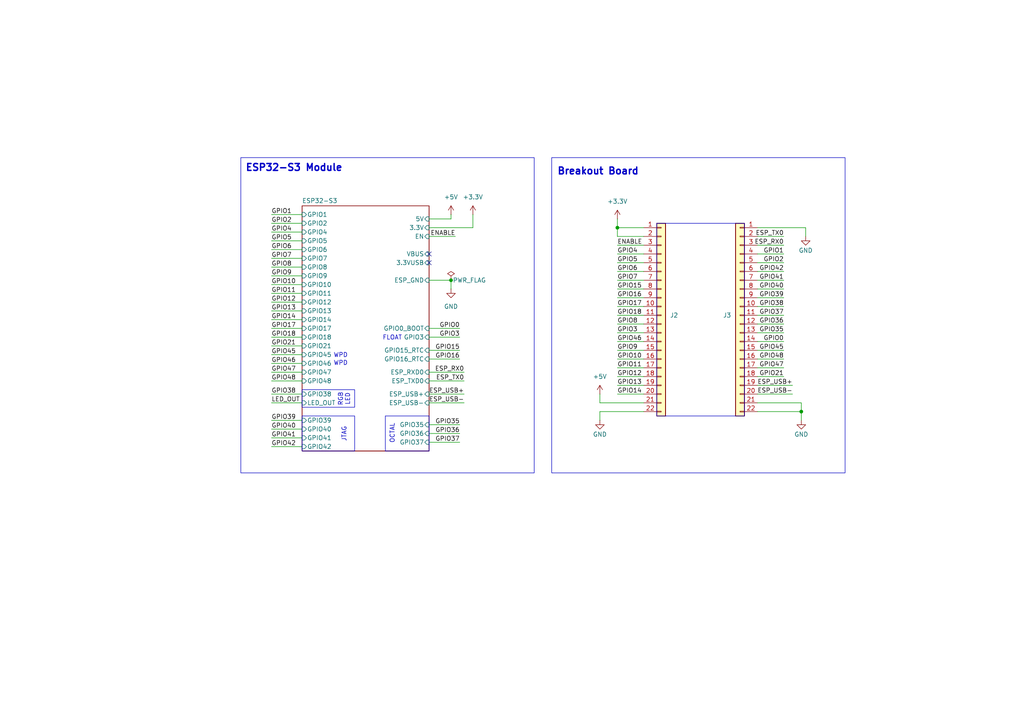
<source format=kicad_sch>
(kicad_sch (version 20250114) (generator "eeschema") (generator_version "9.0")
  (paper "A4")
  (lib_symbols
    (symbol "Connector_Generic:Conn_01x22" (pin_names (offset 1.016) (hide yes))
      (property "Reference" "J" (at 0 27.94 0))
      (property "Value" "Conn_01x22" (at 0 -30.48 0))
      (symbol "Conn_01x22_1_1"
        (rectangle (start -1.27 26.67) (end 1.27 -29.21) (stroke (width 0.254)) (fill (type background)))
        (rectangle (start -1.27 25.527) (end 0 25.273) (stroke (width 0.1524)))
        (rectangle (start -1.27 22.987) (end 0 22.733) (stroke (width 0.1524)))
        (rectangle (start -1.27 20.447) (end 0 20.193) (stroke (width 0.1524)))
        (rectangle (start -1.27 17.907) (end 0 17.653) (stroke (width 0.1524)))
        (rectangle (start -1.27 15.367) (end 0 15.113) (stroke (width 0.1524)))
        (rectangle (start -1.27 12.827) (end 0 12.573) (stroke (width 0.1524)))
        (rectangle (start -1.27 10.287) (end 0 10.033) (stroke (width 0.1524)))
        (rectangle (start -1.27 7.747) (end 0 7.493) (stroke (width 0.1524)))
        (rectangle (start -1.27 5.207) (end 0 4.953) (stroke (width 0.1524)))
        (rectangle (start -1.27 2.667) (end 0 2.413) (stroke (width 0.1524)))
        (rectangle (start -1.27 0.127) (end 0 -0.127) (stroke (width 0.1524)))
        (rectangle (start -1.27 -2.413) (end 0 -2.667) (stroke (width 0.1524)))
        (rectangle (start -1.27 -4.953) (end 0 -5.207) (stroke (width 0.1524)))
        (rectangle (start -1.27 -7.493) (end 0 -7.747) (stroke (width 0.1524)))
        (rectangle (start -1.27 -10.033) (end 0 -10.287) (stroke (width 0.1524)))
        (rectangle (start -1.27 -12.573) (end 0 -12.827) (stroke (width 0.1524)))
        (rectangle (start -1.27 -15.113) (end 0 -15.367) (stroke (width 0.1524)))
        (rectangle (start -1.27 -17.653) (end 0 -17.907) (stroke (width 0.1524)))
        (rectangle (start -1.27 -20.193) (end 0 -20.447) (stroke (width 0.1524)))
        (rectangle (start -1.27 -22.733) (end 0 -22.987) (stroke (width 0.1524)))
        (rectangle (start -1.27 -25.273) (end 0 -25.527) (stroke (width 0.1524)))
        (rectangle (start -1.27 -27.813) (end 0 -28.067) (stroke (width 0.1524)))
        (pin passive line (at -5.08 25.4 0) (length 3.81) (name "Pin_1") (number "1"))
        (pin passive line (at -5.08 22.86 0) (length 3.81) (name "Pin_2") (number "2"))
        (pin passive line (at -5.08 20.32 0) (length 3.81) (name "Pin_3") (number "3"))
        (pin passive line (at -5.08 17.78 0) (length 3.81) (name "Pin_4") (number "4"))
        (pin passive line (at -5.08 15.24 0) (length 3.81) (name "Pin_5") (number "5"))
        (pin passive line (at -5.08 12.7 0) (length 3.81) (name "Pin_6") (number "6"))
        (pin passive line (at -5.08 10.16 0) (length 3.81) (name "Pin_7") (number "7"))
        (pin passive line (at -5.08 7.62 0) (length 3.81) (name "Pin_8") (number "8"))
        (pin passive line (at -5.08 5.08 0) (length 3.81) (name "Pin_9") (number "9"))
        (pin passive line (at -5.08 2.54 0) (length 3.81) (name "Pin_10") (number "10"))
        (pin passive line (at -5.08 0 0) (length 3.81) (name "Pin_11") (number "11"))
        (pin passive line (at -5.08 -2.54 0) (length 3.81) (name "Pin_12") (number "12"))
        (pin passive line (at -5.08 -5.08 0) (length 3.81) (name "Pin_13") (number "13"))
        (pin passive line (at -5.08 -7.62 0) (length 3.81) (name "Pin_14") (number "14"))
        (pin passive line (at -5.08 -10.16 0) (length 3.81) (name "Pin_15") (number "15"))
        (pin passive line (at -5.08 -12.7 0) (length 3.81) (name "Pin_16") (number "16"))
        (pin passive line (at -5.08 -15.24 0) (length 3.81) (name "Pin_17") (number "17"))
        (pin passive line (at -5.08 -17.78 0) (length 3.81) (name "Pin_18") (number "18"))
        (pin passive line (at -5.08 -20.32 0) (length 3.81) (name "Pin_19") (number "19"))
        (pin passive line (at -5.08 -22.86 0) (length 3.81) (name "Pin_20") (number "20"))
        (pin passive line (at -5.08 -25.4 0) (length 3.81) (name "Pin_21") (number "21"))
        (pin passive line (at -5.08 -27.94 0) (length 3.81) (name "Pin_22") (number "22"))
      )
    )
    (symbol "power:+3.3V" (power) (pin_numbers (hide yes)) (pin_names (offset 0) (hide yes))
      (property "Value" "+3.3V" (at 0 3.556 0))
      (symbol "+3.3V_0_1"
        (polyline (pts (xy -0.762 1.27) (xy 0 2.54)))
        (polyline (pts (xy 0 2.54) (xy 0.762 1.27)))
        (polyline (pts (xy 0 0) (xy 0 2.54)))
      )
      (symbol "+3.3V_1_1"
        (pin power_in line (at 0 0 90) (length 0) (name "~") (number "1"))
      )
    )
    (symbol "power:+5V" (power) (pin_numbers (hide yes)) (pin_names (offset 0) (hide yes))
      (property "Value" "+5V" (at 0 3.556 0))
      (symbol "+5V_0_1"
        (polyline (pts (xy -0.762 1.27) (xy 0 2.54)))
        (polyline (pts (xy 0 2.54) (xy 0.762 1.27)))
        (polyline (pts (xy 0 0) (xy 0 2.54)))
      )
      (symbol "+5V_1_1"
        (pin power_in line (at 0 0 90) (length 0) (name "~") (number "1"))
      )
    )
    (symbol "power:GND" (power) (pin_numbers (hide yes)) (pin_names (offset 0) (hide yes))
      (property "Value" "GND" (at 0 -3.81 0))
      (symbol "GND_0_1"
        (polyline (pts (xy 0 0) (xy 0 -1.27) (xy 1.27 -1.27) (xy 0 -2.54) (xy -1.27 -1.27) (xy 0 -1.27)))
      )
      (symbol "GND_1_1"
        (pin power_in line (at 0 0 270) (length 0) (name "~") (number "1"))
      )
    )
    (symbol "power:PWR_FLAG" (power) (pin_numbers (hide yes)) (pin_names (offset 0) (hide yes))
      (property "Value" "PWR_FLAG" (at 0 3.81 0))
      (symbol "PWR_FLAG_0_0"
        (pin power_out line (at 0 0 90) (length 0) (name "~") (number "1"))
      )
      (symbol "PWR_FLAG_0_1"
        (polyline (pts (xy 0 0) (xy 0 1.27) (xy -1.016 1.905) (xy 0 2.54) (xy 1.016 1.905) (xy 0 1.27)))
      )
    )
  )
  (rectangle (start 111.76 120.65) (end 124.46 130.81))
  (rectangle (start 190.5 64.77) (end 215.9 120.65))
  (rectangle (start 87.63 113.03) (end 102.87 118.11))
  (rectangle (start 160.02 45.72) (end 245.11 137.16))
  (rectangle (start 87.63 120.65) (end 102.87 130.81))
  (rectangle (start 69.85 45.72) (end 154.94 137.16))
  (text "WPD" (at 98.806 105.41 0) (effects (font (size 1.27 1.27))))
  (text "FLOAT" (at 113.792 98.044 0) (effects (font (size 1.27 1.27))))
  (text "Breakout Board" (at 161.544 49.784 0) (effects (font (size 2 2) (thickness 0.4) (bold yes)) (justify left)))
  (text "ESP32-S3 Module\n" (at 71.12 48.768 0) (effects (font (size 2 2) (thickness 0.4) (bold yes)) (justify left)))
  (text "RGB\nLED" (at 99.822 115.824 90) (effects (font (size 1.27 1.27))))
  (text "JTAG" (at 99.822 125.984 90) (effects (font (size 1.27 1.27))))
  (text "OCTAL" (at 113.792 125.73 90) (effects (font (size 1.27 1.27))))
  (text "WPD" (at 98.806 103.124 0) (effects (font (size 1.27 1.27))))
  (junction (at 130.81 81.28))
  (junction (at 179.07 66.04))
  (junction (at 232.41 119.38))
  (no_connect (at 124.46 73.66))
  (no_connect (at 124.46 76.2))
  (wire (pts (xy 124.46 110.49) (xy 134.62 110.49)))
  (wire (pts (xy 219.71 73.66) (xy 227.33 73.66)))
  (wire (pts (xy 179.07 104.14) (xy 186.69 104.14)))
  (wire (pts (xy 87.63 127) (xy 78.74 127)))
  (wire (pts (xy 87.63 116.84) (xy 78.74 116.84)))
  (wire (pts (xy 87.63 102.87) (xy 78.74 102.87)))
  (wire (pts (xy 124.46 114.3) (xy 134.62 114.3)))
  (wire (pts (xy 124.46 125.73) (xy 133.35 125.73)))
  (wire (pts (xy 179.07 88.9) (xy 186.69 88.9)))
  (wire (pts (xy 186.69 116.84) (xy 173.99 116.84)))
  (wire (pts (xy 232.41 121.92) (xy 232.41 119.38)))
  (wire (pts (xy 87.63 85.09) (xy 78.74 85.09)))
  (wire (pts (xy 219.71 71.12) (xy 227.33 71.12)))
  (wire (pts (xy 219.71 93.98) (xy 227.33 93.98)))
  (wire (pts (xy 233.68 66.04) (xy 233.68 68.58)))
  (wire (pts (xy 87.63 100.33) (xy 78.74 100.33)))
  (wire (pts (xy 173.99 121.92) (xy 173.99 119.38)))
  (wire (pts (xy 219.71 81.28) (xy 227.33 81.28)))
  (wire (pts (xy 219.71 111.76) (xy 229.87 111.76)))
  (wire (pts (xy 87.63 110.49) (xy 78.74 110.49)))
  (wire (pts (xy 219.71 91.44) (xy 227.33 91.44)))
  (wire (pts (xy 219.71 76.2) (xy 227.33 76.2)))
  (wire (pts (xy 87.63 82.55) (xy 78.74 82.55)))
  (wire (pts (xy 87.63 87.63) (xy 78.74 87.63)))
  (wire (pts (xy 219.71 86.36) (xy 227.33 86.36)))
  (wire (pts (xy 179.07 96.52) (xy 186.69 96.52)))
  (wire (pts (xy 87.63 80.01) (xy 78.74 80.01)))
  (wire (pts (xy 179.07 78.74) (xy 186.69 78.74)))
  (wire (pts (xy 219.71 104.14) (xy 227.33 104.14)))
  (wire (pts (xy 179.07 68.58) (xy 186.69 68.58)))
  (wire (pts (xy 219.71 96.52) (xy 227.33 96.52)))
  (wire (pts (xy 124.46 66.04) (xy 137.16 66.04)))
  (wire (pts (xy 124.46 81.28) (xy 130.81 81.28)))
  (wire (pts (xy 179.07 83.82) (xy 186.69 83.82)))
  (wire (pts (xy 87.63 64.77) (xy 78.74 64.77)))
  (wire (pts (xy 87.63 67.31) (xy 78.74 67.31)))
  (wire (pts (xy 124.46 63.5) (xy 130.81 63.5)))
  (wire (pts (xy 87.63 92.71) (xy 78.74 92.71)))
  (wire (pts (xy 124.46 104.14) (xy 133.35 104.14)))
  (wire (pts (xy 179.07 93.98) (xy 186.69 93.98)))
  (wire (pts (xy 219.71 114.3) (xy 229.87 114.3)))
  (wire (pts (xy 179.07 68.58) (xy 179.07 66.04)))
  (wire (pts (xy 219.71 66.04) (xy 233.68 66.04)))
  (wire (pts (xy 130.81 63.5) (xy 130.81 62.23)))
  (wire (pts (xy 87.63 105.41) (xy 78.74 105.41)))
  (wire (pts (xy 87.63 114.3) (xy 78.74 114.3)))
  (wire (pts (xy 219.71 68.58) (xy 227.33 68.58)))
  (wire (pts (xy 87.63 72.39) (xy 78.74 72.39)))
  (wire (pts (xy 219.71 78.74) (xy 227.33 78.74)))
  (wire (pts (xy 219.71 83.82) (xy 227.33 83.82)))
  (wire (pts (xy 219.71 106.68) (xy 227.33 106.68)))
  (wire (pts (xy 179.07 109.22) (xy 186.69 109.22)))
  (wire (pts (xy 179.07 66.04) (xy 179.07 63.5)))
  (wire (pts (xy 179.07 114.3) (xy 186.69 114.3)))
  (wire (pts (xy 179.07 71.12) (xy 186.69 71.12)))
  (wire (pts (xy 219.71 116.84) (xy 232.41 116.84)))
  (wire (pts (xy 179.07 76.2) (xy 186.69 76.2)))
  (wire (pts (xy 232.41 116.84) (xy 232.41 119.38)))
  (wire (pts (xy 124.46 97.79) (xy 133.35 97.79)))
  (wire (pts (xy 179.07 66.04) (xy 186.69 66.04)))
  (wire (pts (xy 87.63 95.25) (xy 78.74 95.25)))
  (wire (pts (xy 87.63 107.95) (xy 78.74 107.95)))
  (wire (pts (xy 179.07 81.28) (xy 186.69 81.28)))
  (wire (pts (xy 179.07 73.66) (xy 186.69 73.66)))
  (wire (pts (xy 124.46 123.19) (xy 133.35 123.19)))
  (wire (pts (xy 124.46 116.84) (xy 134.62 116.84)))
  (wire (pts (xy 124.46 101.6) (xy 133.35 101.6)))
  (wire (pts (xy 87.63 97.79) (xy 78.74 97.79)))
  (wire (pts (xy 87.63 69.85) (xy 78.74 69.85)))
  (wire (pts (xy 87.63 121.92) (xy 78.74 121.92)))
  (wire (pts (xy 124.46 68.58) (xy 132.08 68.58)))
  (wire (pts (xy 179.07 99.06) (xy 186.69 99.06)))
  (wire (pts (xy 179.07 111.76) (xy 186.69 111.76)))
  (wire (pts (xy 173.99 116.84) (xy 173.99 114.3)))
  (wire (pts (xy 87.63 90.17) (xy 78.74 90.17)))
  (wire (pts (xy 219.71 101.6) (xy 227.33 101.6)))
  (wire (pts (xy 219.71 99.06) (xy 227.33 99.06)))
  (wire (pts (xy 124.46 128.27) (xy 133.35 128.27)))
  (wire (pts (xy 87.63 77.47) (xy 78.74 77.47)))
  (wire (pts (xy 87.63 124.46) (xy 78.74 124.46)))
  (wire (pts (xy 219.71 88.9) (xy 227.33 88.9)))
  (wire (pts (xy 179.07 106.68) (xy 186.69 106.68)))
  (wire (pts (xy 219.71 109.22) (xy 227.33 109.22)))
  (wire (pts (xy 130.81 81.28) (xy 130.81 83.82)))
  (wire (pts (xy 87.63 62.23) (xy 78.74 62.23)))
  (wire (pts (xy 124.46 107.95) (xy 134.62 107.95)))
  (wire (pts (xy 137.16 66.04) (xy 137.16 62.23)))
  (wire (pts (xy 179.07 86.36) (xy 186.69 86.36)))
  (wire (pts (xy 179.07 91.44) (xy 186.69 91.44)))
  (wire (pts (xy 87.63 129.54) (xy 78.74 129.54)))
  (wire (pts (xy 124.46 95.25) (xy 133.35 95.25)))
  (wire (pts (xy 87.63 74.93) (xy 78.74 74.93)))
  (wire (pts (xy 232.41 119.38) (xy 219.71 119.38)))
  (wire (pts (xy 179.07 101.6) (xy 186.69 101.6)))
  (wire (pts (xy 173.99 119.38) (xy 186.69 119.38)))
  (label "GPIO0" (at 133.35 95.25 180))
  (label "GPIO16" (at 179.07 86.36 0))
  (label "GPIO11" (at 179.07 106.68 0))
  (label "GPIO39" (at 78.74 121.92 0))
  (label "GPIO37" (at 133.35 128.27 180))
  (label "GPIO48" (at 78.74 110.49 0))
  (label "LED_OUT" (at 78.74 116.84 0))
  (label "GPIO8" (at 78.74 77.47 0))
  (label "GPIO21" (at 227.33 109.22 180))
  (label "GPIO15" (at 179.07 83.82 0))
  (label "GPIO36" (at 227.33 93.98 180))
  (label "GPIO14" (at 179.07 114.3 0))
  (label "GPIO47" (at 227.33 106.68 180))
  (label "GPIO2" (at 78.74 64.77 0))
  (label "GPIO18" (at 78.74 97.79 0))
  (label "GPIO7" (at 179.07 81.28 0))
  (label "GPIO2" (at 227.33 76.2 180))
  (label "GPIO9" (at 179.07 101.6 0))
  (label "ESP_RX0" (at 134.62 107.95 180))
  (label "GPIO13" (at 179.07 111.76 0))
  (label "ESP_USB+" (at 134.62 114.3 180))
  (label "GPIO14" (at 78.74 92.71 0))
  (label "GPIO42" (at 78.74 129.54 0))
  (label "GPIO42" (at 227.33 78.74 180))
  (label "GPIO41" (at 227.33 81.28 180))
  (label "GPIO45" (at 78.74 102.87 0))
  (label "GPIO8" (at 179.07 93.98 0))
  (label "GPIO4" (at 179.07 73.66 0))
  (label "ESP_TX0" (at 134.62 110.49 180))
  (label "GPIO13" (at 78.74 90.17 0))
  (label "GPIO1" (at 227.33 73.66 180))
  (label "ESP_USB-" (at 134.62 116.84 180))
  (label "GPIO0" (at 227.33 99.06 180))
  (label "GPIO1" (at 78.74 62.23 0))
  (label "ESP_USB+" (at 229.87 111.76 180))
  (label "GPIO38" (at 227.33 88.9 180))
  (label "GPIO9" (at 78.74 80.01 0))
  (label "GPIO16" (at 133.35 104.14 180))
  (label "GPIO3" (at 133.35 97.79 180))
  (label "GPIO4" (at 78.74 67.31 0))
  (label "GPIO12" (at 78.74 87.63 0))
  (label "GPIO5" (at 179.07 76.2 0))
  (label "GPIO41" (at 78.74 127 0))
  (label "GPIO45" (at 227.33 101.6 180))
  (label "GPIO35" (at 227.33 96.52 180))
  (label "GPIO11" (at 78.74 85.09 0))
  (label "GPIO37" (at 227.33 91.44 180))
  (label "ESP_USB-" (at 229.87 114.3 180))
  (label "GPIO46" (at 179.07 99.06 0))
  (label "GPIO7" (at 78.74 74.93 0))
  (label "GPIO47" (at 78.74 107.95 0))
  (label "GPIO5" (at 78.74 69.85 0))
  (label "GPIO3" (at 179.07 96.52 0))
  (label "GPIO15" (at 133.35 101.6 180))
  (label "ENABLE" (at 179.07 71.12 0))
  (label "ENABLE" (at 132.08 68.58 180))
  (label "GPIO38" (at 78.74 114.3 0))
  (label "GPIO17" (at 179.07 88.9 0))
  (label "GPIO40" (at 227.33 83.82 180))
  (label "GPIO12" (at 179.07 109.22 0))
  (label "GPIO36" (at 133.35 125.73 180))
  (label "GPIO10" (at 78.74 82.55 0))
  (label "GPIO17" (at 78.74 95.25 0))
  (label "GPIO6" (at 78.74 72.39 0))
  (label "GPIO39" (at 227.33 86.36 180))
  (label "ESP_RX0" (at 227.33 71.12 180))
  (label "GPIO46" (at 78.74 105.41 0))
  (label "GPIO40" (at 78.74 124.46 0))
  (label "ESP_TX0" (at 227.33 68.58 180))
  (label "GPIO21" (at 78.74 100.33 0))
  (label "GPIO35" (at 133.35 123.19 180))
  (label "GPIO48" (at 227.33 104.14 180))
  (label "GPIO10" (at 179.07 104.14 0))
  (label "GPIO18" (at 179.07 91.44 0))
  (label "GPIO6" (at 179.07 78.74 0))
  (symbol (lib_id "power:+3.3V") (at 179.07 63.5 0) (unit 1)
    (property "Reference" "#PWR013" (effects (hide yes)))
    (property "Value" "+3.3V" (at 179.07 58.42 0))
    (property "Description" "Power symbol creates a global label with name \"+3.3V\"" (effects (hide yes)))
  )
  (symbol (lib_id "Connector_Generic:Conn_01x22") (at 191.77 91.44 0) (unit 1)
    (property "Reference" "J2" (at 194.31 91.4399 0) (effects (justify left)))
    (property "Value" "Conn_01x22" (effects (hide yes)))
    (property "Footprint" "Connector_PinHeader_2.54mm:PinHeader_1x22_P2.54mm_Vertical" (effects (hide yes)))
    (property "Description" "Generic connector, single row, 01x22, script generated (kicad-library-utils/schlib/autogen/connector/)" (effects (hide yes)))
  )
  (symbol (lib_id "power:GND") (at 232.41 121.92 0) (mirror y) (unit 1)
    (property "Reference" "#PWR022" (effects (hide yes)))
    (property "Value" "GND" (at 232.41 125.984 0))
    (property "Description" "Power symbol creates a global label with name \"GND\" , ground" (effects (hide yes)))
  )
  (symbol (lib_id "power:+5V") (at 173.99 114.3 0) (unit 1)
    (property "Reference" "#PWR020" (effects (hide yes)))
    (property "Value" "+5V" (at 173.99 109.22 0))
    (property "Description" "Power symbol creates a global label with name \"+5V\"" (effects (hide yes)))
  )
  (symbol (lib_id "power:GND") (at 173.99 121.92 0) (unit 1)
    (property "Reference" "#PWR021" (effects (hide yes)))
    (property "Value" "GND" (at 173.99 125.984 0))
    (property "Description" "Power symbol creates a global label with name \"GND\" , ground" (effects (hide yes)))
  )
  (symbol (lib_id "power:GND") (at 233.68 68.58 0) (unit 1)
    (property "Reference" "#PWR023" (effects (hide yes)))
    (property "Value" "GND" (at 233.68 72.644 0))
    (property "Description" "Power symbol creates a global label with name \"GND\" , ground" (effects (hide yes)))
  )
  (symbol (lib_id "power:PWR_FLAG") (at 130.81 81.28 0) (unit 1)
    (property "Reference" "#FLG01" (effects (hide yes)))
    (property "Value" "PWR_FLAG" (at 136.144 81.28 0))
    (property "Description" "Special symbol for telling ERC where power comes from" (effects (hide yes)))
  )
  (symbol (lib_id "power:+3.3V") (at 137.16 62.23 0) (unit 1)
    (property "Reference" "#PWR03" (effects (hide yes)))
    (property "Value" "+3.3V" (at 137.16 57.15 0))
    (property "Description" "Power symbol creates a global label with name \"+3.3V\"" (effects (hide yes)))
  )
  (symbol (lib_id "power:+5V") (at 130.81 62.23 0) (unit 1)
    (property "Reference" "#PWR02" (effects (hide yes)))
    (property "Value" "+5V" (at 130.81 57.15 0))
    (property "Description" "Power symbol creates a global label with name \"+5V\"" (effects (hide yes)))
  )
  (symbol (lib_id "power:GND") (at 130.81 83.82 0) (unit 1)
    (property "Reference" "#PWR01" (effects (hide yes)))
    (property "Value" "GND" (at 130.81 88.9 0))
    (property "Description" "Power symbol creates a global label with name \"GND\" , ground" (effects (hide yes)))
  )
  (symbol (lib_id "Connector_Generic:Conn_01x22") (at 214.63 91.44 0) (mirror y) (unit 1)
    (property "Reference" "J3" (at 212.09 91.4399 0) (effects (justify left)))
    (property "Value" "Conn_01x22" (effects (hide yes)))
    (property "Footprint" "Connector_PinHeader_2.54mm:PinHeader_1x22_P2.54mm_Vertical" (effects (hide yes)))
    (property "Description" "Generic connector, single row, 01x22, script generated (kicad-library-utils/schlib/autogen/connector/)" (effects (hide yes)))
  )
  (sheet (at 87.63 59.69) (size 36.83 71.12) (stroke (width 0.1524))
    (property "Sheetname" "ESP32-S3" (at 87.63 58.9784 0) (effects (justify left bottom)))
    (property "Sheetfile" "esp32-s3.kicad_sch" (effects (hide yes)))
    (pin "3.3V" input (at 124.46 66.04 0))
    (pin "3.3VUSB" input (at 124.46 76.2 0))
    (pin "5V" input (at 124.46 63.5 0))
    (pin "EN" input (at 124.46 68.58 0))
    (pin "GPIO1" input (at 87.63 62.23 180))
    (pin "GPIO2" input (at 87.63 64.77 180))
    (pin "GPIO3" input (at 124.46 97.79 0))
    (pin "GPIO4" input (at 87.63 67.31 180))
    (pin "GPIO5" input (at 87.63 69.85 180))
    (pin "GPIO6" input (at 87.63 72.39 180))
    (pin "GPIO7" input (at 87.63 74.93 180))
    (pin "GPIO8" input (at 87.63 77.47 180))
    (pin "GPIO9" input (at 87.63 80.01 180))
    (pin "GPIO10" input (at 87.63 82.55 180))
    (pin "GPIO11" input (at 87.63 85.09 180))
    (pin "GPIO12" input (at 87.63 87.63 180))
    (pin "GPIO13" input (at 87.63 90.17 180))
    (pin "GPIO14" input (at 87.63 92.71 180))
    (pin "GPIO17" input (at 87.63 95.25 180))
    (pin "GPIO18" input (at 87.63 97.79 180))
    (pin "GPIO21" input (at 87.63 100.33 180))
    (pin "GPIO35" input (at 124.46 123.19 0))
    (pin "GPIO36" input (at 124.46 125.73 0))
    (pin "GPIO37" input (at 124.46 128.27 0))
    (pin "GPIO39" input (at 87.63 121.92 180))
    (pin "GPIO40" input (at 87.63 124.46 180))
    (pin "GPIO41" input (at 87.63 127 180))
    (pin "GPIO42" input (at 87.63 129.54 180))
    (pin "GPIO45" input (at 87.63 102.87 180))
    (pin "GPIO46" input (at 87.63 105.41 180))
    (pin "GPIO47" input (at 87.63 107.95 180))
    (pin "GPIO48" input (at 87.63 110.49 180))
    (pin "VBUS" input (at 124.46 73.66 0))
    (pin "ESP_RXD0" input (at 124.46 107.95 0))
    (pin "ESP_TXD0" input (at 124.46 110.49 0))
    (pin "ESP_USB+" input (at 124.46 114.3 0))
    (pin "ESP_USB-" input (at 124.46 116.84 0))
    (pin "GPIO0_BOOT" input (at 124.46 95.25 0))
    (pin "GPIO15_RTC" input (at 124.46 101.6 0))
    (pin "GPIO16_RTC" input (at 124.46 104.14 0))
    (pin "LED_OUT" input (at 87.63 116.84 180))
    (pin "GPIO38" input (at 87.63 114.3 180))
    (pin "ESP_GND" input (at 124.46 81.28 0))
  )
)
</source>
